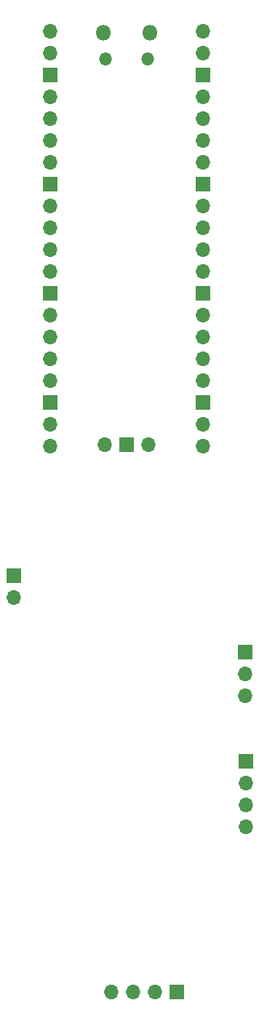
<source format=gbr>
%TF.GenerationSoftware,KiCad,Pcbnew,(7.0.0)*%
%TF.CreationDate,2023-05-30T18:27:12+05:30*%
%TF.ProjectId,voltmeter-pcb,766f6c74-6d65-4746-9572-2d7063622e6b,rev?*%
%TF.SameCoordinates,Original*%
%TF.FileFunction,Soldermask,Bot*%
%TF.FilePolarity,Negative*%
%FSLAX46Y46*%
G04 Gerber Fmt 4.6, Leading zero omitted, Abs format (unit mm)*
G04 Created by KiCad (PCBNEW (7.0.0)) date 2023-05-30 18:27:12*
%MOMM*%
%LPD*%
G01*
G04 APERTURE LIST*
%ADD10R,1.700000X1.700000*%
%ADD11O,1.700000X1.700000*%
%ADD12O,1.800000X1.800000*%
%ADD13O,1.500000X1.500000*%
G04 APERTURE END LIST*
D10*
%TO.C,J1*%
X156022499Y-118719999D03*
D11*
X156022499Y-121259999D03*
X156022499Y-123799999D03*
%TD*%
D10*
%TO.C,J2*%
X156047499Y-131409999D03*
D11*
X156047499Y-133949999D03*
X156047499Y-136489999D03*
X156047499Y-139029999D03*
%TD*%
D12*
%TO.C,U1*%
X139472499Y-46659999D03*
D13*
X139772499Y-49689999D03*
X144622499Y-49689999D03*
D12*
X144922499Y-46659999D03*
D11*
X133307499Y-46529999D03*
X133307499Y-49069999D03*
D10*
X133307499Y-51609999D03*
D11*
X133307499Y-54149999D03*
X133307499Y-56689999D03*
X133307499Y-59229999D03*
X133307499Y-61769999D03*
D10*
X133307499Y-64309999D03*
D11*
X133307499Y-66849999D03*
X133307499Y-69389999D03*
X133307499Y-71929999D03*
X133307499Y-74469999D03*
D10*
X133307499Y-77009999D03*
D11*
X133307499Y-79549999D03*
X133307499Y-82089999D03*
X133307499Y-84629999D03*
X133307499Y-87169999D03*
D10*
X133307499Y-89709999D03*
D11*
X133307499Y-92249999D03*
X133307499Y-94789999D03*
X151087499Y-94789999D03*
X151087499Y-92249999D03*
D10*
X151087499Y-89709999D03*
D11*
X151087499Y-87169999D03*
X151087499Y-84629999D03*
X151087499Y-82089999D03*
X151087499Y-79549999D03*
D10*
X151087499Y-77009999D03*
D11*
X151087499Y-74469999D03*
X151087499Y-71929999D03*
X151087499Y-69389999D03*
X151087499Y-66849999D03*
D10*
X151087499Y-64309999D03*
D11*
X151087499Y-61769999D03*
X151087499Y-59229999D03*
X151087499Y-56689999D03*
X151087499Y-54149999D03*
D10*
X151087499Y-51609999D03*
D11*
X151087499Y-49069999D03*
X151087499Y-46529999D03*
X139657499Y-94559999D03*
D10*
X142197499Y-94559999D03*
D11*
X144737499Y-94559999D03*
%TD*%
D10*
%TO.C,J4*%
X148002499Y-158289999D03*
D11*
X145462499Y-158289999D03*
X142922499Y-158289999D03*
X140382499Y-158289999D03*
%TD*%
D10*
%TO.C,J3*%
X129022499Y-109849999D03*
D11*
X129022499Y-112389999D03*
%TD*%
M02*

</source>
